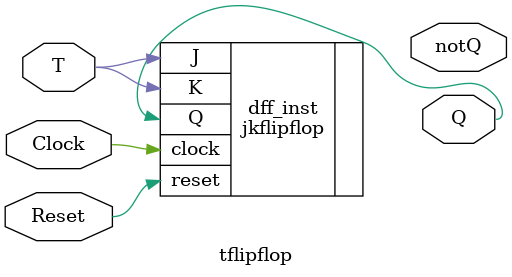
<source format=v>
`timescale 1ns / 1ps

module tflipflop(
    input T, Clock, Reset,
    output Q, 
    output notQ
    );
    
    
     jkflipflop dff_inst(
        .J(T),
        .K(T),
        .clock(Clock),
        .Q(Q),
        .reset(Reset)
            );
        
    
    
endmodule

</source>
